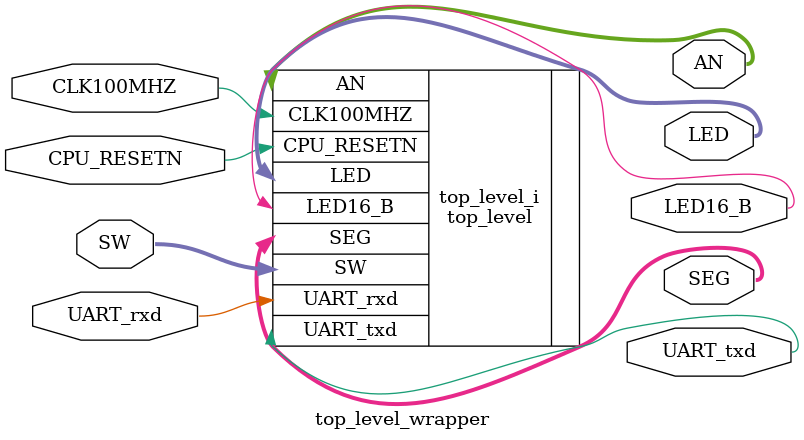
<source format=v>
`timescale 1 ps / 1 ps

module top_level_wrapper
   (AN,
    CLK100MHZ,
    CPU_RESETN,
    LED,
    LED16_B,
    SEG,
    SW,
    UART_rxd,
    UART_txd);
  output [7:0]AN;
  input CLK100MHZ;
  input CPU_RESETN;
  output [7:0]LED;
  output LED16_B;
  output [7:0]SEG;
  input [2:0]SW;
  input UART_rxd;
  output UART_txd;

  wire [7:0]AN;
  wire CLK100MHZ;
  wire CPU_RESETN;
  wire [7:0]LED;
  wire LED16_B;
  wire [7:0]SEG;
  wire [2:0]SW;
  wire UART_rxd;
  wire UART_txd;

  top_level top_level_i
       (.AN(AN),
        .CLK100MHZ(CLK100MHZ),
        .CPU_RESETN(CPU_RESETN),
        .LED(LED),
        .LED16_B(LED16_B),
        .SEG(SEG),
        .SW(SW),
        .UART_rxd(UART_rxd),
        .UART_txd(UART_txd));
endmodule

</source>
